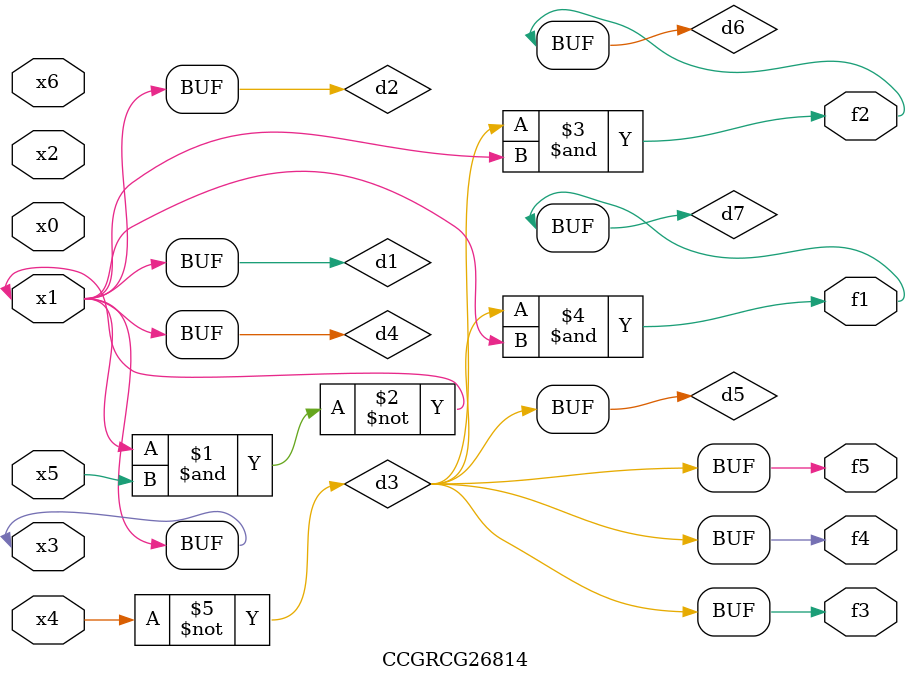
<source format=v>
module CCGRCG26814(
	input x0, x1, x2, x3, x4, x5, x6,
	output f1, f2, f3, f4, f5
);

	wire d1, d2, d3, d4, d5, d6, d7;

	buf (d1, x1, x3);
	nand (d2, x1, x5);
	not (d3, x4);
	buf (d4, d1, d2);
	buf (d5, d3);
	and (d6, d3, d4);
	and (d7, d3, d4);
	assign f1 = d7;
	assign f2 = d6;
	assign f3 = d5;
	assign f4 = d5;
	assign f5 = d5;
endmodule

</source>
